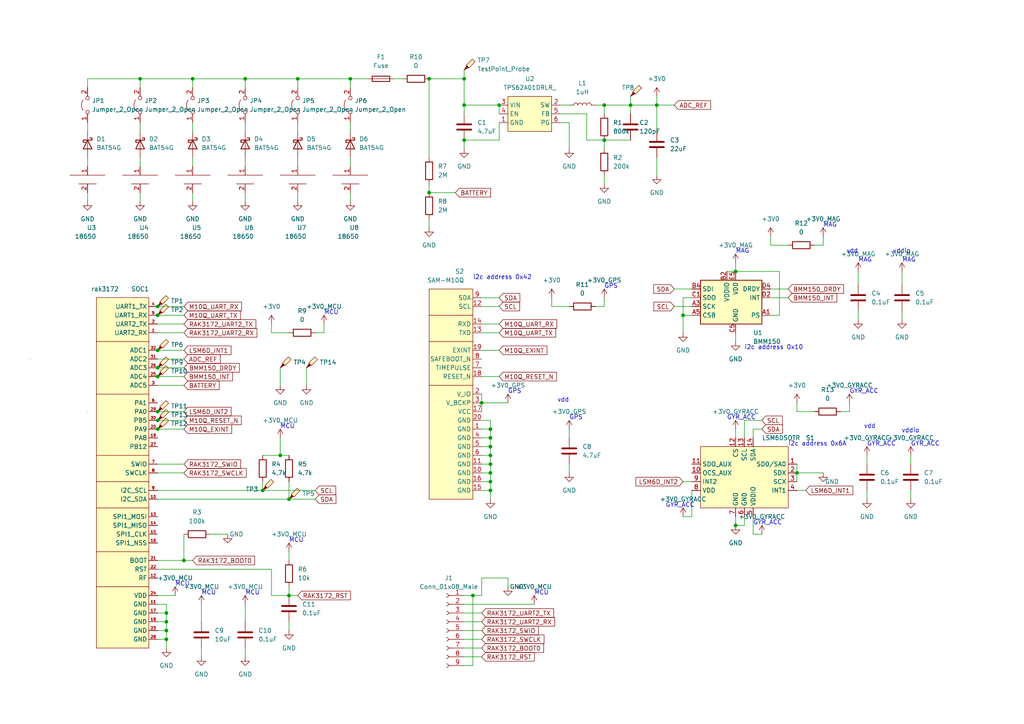
<source format=kicad_sch>
(kicad_sch (version 20211123) (generator eeschema)
  (paper "A4")
  (junction (at 45.72 124.46))
  (junction (at 142.24 134.62))
  (junction (at 55.88 22.86))
  (junction (at 142.24 139.7))
  (junction (at 198.12 91.44))
  (junction (at 142.24 132.08))
  (junction (at 175.26 40.64))
  (junction (at 142.24 137.16))
  (junction (at 124.46 55.88))
  (junction (at 175.26 30.48))
  (junction (at 86.36 22.86))
  (junction (at 71.12 22.86))
  (junction (at 142.24 142.24))
  (junction (at 45.72 101.6))
  (junction (at 139.7 116.84))
  (junction (at 48.26 185.42))
  (junction (at 48.26 180.34))
  (junction (at 45.72 88.9))
  (junction (at 45.7589 121.92))
  (junction (at 137.16 172.72))
  (junction (at 190.5 30.48))
  (junction (at 53.34 162.56))
  (junction (at 45.72 106.68))
  (junction (at 142.24 129.54))
  (junction (at 76.2 142.24))
  (junction (at 81.28 132.08))
  (junction (at 134.62 22.86))
  (junction (at 231.14 137.16))
  (junction (at 101.6 22.86))
  (junction (at 213.36 152.4))
  (junction (at 45.72 119.38))
  (junction (at 48.26 177.8))
  (junction (at 124.46 22.86))
  (junction (at 83.82 144.78))
  (junction (at 213.36 78.74))
  (junction (at 134.62 40.64))
  (junction (at 45.72 91.44))
  (junction (at 48.26 182.88))
  (junction (at 142.24 127))
  (junction (at 182.88 30.48))
  (junction (at 134.62 30.48))
  (junction (at 45.72 109.22))
  (junction (at 142.24 124.46))
  (junction (at 144.78 30.48))
  (junction (at 83.82 172.72))
  (junction (at 40.64 22.86))
  (wire (pts (xy 190.5 30.48) (xy 182.88 30.48)))
  (wire (pts (xy 134.62 175.26) (xy 154.94 175.26)))
  (wire (pts (xy 101.6 45.72) (xy 101.6 48.26)))
  (wire (pts (xy 162.56 30.48) (xy 165.1 30.48)))
  (wire (pts (xy 165.1 134.62) (xy 165.1 137.16)))
  (wire (pts (xy 162.56 33.02) (xy 170.18 33.02)))
  (wire (pts (xy 218.44 154.94) (xy 220.98 154.94)))
  (wire (pts (xy 238.76 71.12) (xy 238.76 68.58)))
  (wire (pts (xy 195.58 88.9) (xy 200.66 88.9)))
  (wire (pts (xy 223.52 71.12) (xy 223.52 68.58)))
  (wire (pts (xy 45.72 91.44) (xy 53.34 91.44)))
  (wire (pts (xy 142.24 137.16) (xy 142.24 139.7)))
  (wire (pts (xy 58.42 175.26) (xy 58.42 180.34)))
  (wire (pts (xy 213.36 96.52) (xy 213.36 99.06)))
  (wire (pts (xy 45.72 175.26) (xy 48.26 175.26)))
  (wire (pts (xy 78.74 172.72) (xy 83.82 172.72)))
  (wire (pts (xy 88.9 106.68) (xy 88.9 111.76)))
  (wire (pts (xy 231.14 119.38) (xy 231.14 116.84)))
  (wire (pts (xy 142.24 132.08) (xy 142.24 134.62)))
  (wire (pts (xy 144.78 40.64) (xy 134.62 40.64)))
  (wire (pts (xy 53.34 162.56) (xy 53.34 154.94)))
  (wire (pts (xy 25.4 55.88) (xy 25.4 58.42)))
  (wire (pts (xy 60.96 154.94) (xy 66.04 154.94)))
  (wire (pts (xy 139.7 167.64) (xy 147.32 167.64)))
  (wire (pts (xy 83.82 180.34) (xy 83.82 182.88)))
  (wire (pts (xy 170.18 33.02) (xy 170.18 40.64)))
  (wire (pts (xy 83.82 160.02) (xy 83.82 162.56)))
  (wire (pts (xy 124.46 22.86) (xy 134.62 22.86)))
  (wire (pts (xy 213.36 124.46) (xy 213.36 127)))
  (wire (pts (xy 228.6 71.12) (xy 223.52 71.12)))
  (wire (pts (xy 190.5 45.72) (xy 190.5 50.8)))
  (wire (pts (xy 101.6 22.86) (xy 101.6 25.4)))
  (wire (pts (xy 83.82 170.18) (xy 83.82 172.72)))
  (wire (pts (xy 139.7 114.3) (xy 139.7 116.84)))
  (wire (pts (xy 213.36 78.74) (xy 226.06 78.74)))
  (wire (pts (xy 165.1 35.56) (xy 165.1 43.18)))
  (wire (pts (xy 236.22 119.38) (xy 231.14 119.38)))
  (wire (pts (xy 45.72 119.38) (xy 53.34 119.38)))
  (wire (pts (xy 218.44 124.46) (xy 220.98 124.46)))
  (wire (pts (xy 139.7 109.22) (xy 144.78 109.22)))
  (wire (pts (xy 231.14 142.24) (xy 233.68 142.24)))
  (wire (pts (xy 198.12 149.86) (xy 200.66 149.86)))
  (wire (pts (xy 261.62 78.74) (xy 261.62 82.55)))
  (wire (pts (xy 261.62 90.17) (xy 261.62 92.71)))
  (wire (pts (xy 45.72 88.9) (xy 53.34 88.9)))
  (wire (pts (xy 45.72 162.56) (xy 53.34 162.56)))
  (wire (pts (xy 134.62 185.42) (xy 139.7 185.42)))
  (wire (pts (xy 134.62 182.88) (xy 139.7 182.88)))
  (wire (pts (xy 200.66 86.36) (xy 198.12 86.36)))
  (wire (pts (xy 71.12 35.56) (xy 71.12 38.1)))
  (wire (pts (xy 45.72 142.24) (xy 76.2 142.24)))
  (wire (pts (xy 45.72 177.8) (xy 48.26 177.8)))
  (wire (pts (xy 45.72 165.1) (xy 78.74 165.1)))
  (wire (pts (xy 215.9 121.92) (xy 220.98 121.92)))
  (wire (pts (xy 139.7 116.84) (xy 139.7 119.38)))
  (wire (pts (xy 223.52 83.82) (xy 228.6 83.82)))
  (wire (pts (xy 175.26 40.64) (xy 175.26 43.18)))
  (wire (pts (xy 81.28 132.08) (xy 83.82 132.08)))
  (wire (pts (xy 223.52 91.44) (xy 226.06 91.44)))
  (wire (pts (xy 142.24 134.62) (xy 142.24 137.16)))
  (wire (pts (xy 83.82 139.7) (xy 83.82 144.78)))
  (wire (pts (xy 139.7 121.92) (xy 142.24 121.92)))
  (wire (pts (xy 160.02 88.9) (xy 160.02 86.36)))
  (wire (pts (xy 172.72 30.48) (xy 175.26 30.48)))
  (wire (pts (xy 48.26 182.88) (xy 48.26 185.42)))
  (wire (pts (xy 25.4 35.56) (xy 25.4 38.1)))
  (wire (pts (xy 124.46 55.88) (xy 132.08 55.88)))
  (wire (pts (xy 139.7 124.46) (xy 142.24 124.46)))
  (wire (pts (xy 170.18 40.64) (xy 175.26 40.64)))
  (wire (pts (xy 81.28 127) (xy 81.28 132.08)))
  (wire (pts (xy 45.72 124.46) (xy 53.34 124.46)))
  (wire (pts (xy 93.98 96.52) (xy 93.98 93.98)))
  (wire (pts (xy 40.64 35.56) (xy 40.64 38.1)))
  (wire (pts (xy 134.62 180.34) (xy 139.7 180.34)))
  (wire (pts (xy 40.64 45.72) (xy 40.64 48.26)))
  (wire (pts (xy 142.24 129.54) (xy 142.24 132.08)))
  (wire (pts (xy 78.74 96.52) (xy 78.74 93.98)))
  (wire (pts (xy 200.66 149.86) (xy 200.66 142.24)))
  (wire (pts (xy 45.72 104.14) (xy 53.34 104.14)))
  (wire (pts (xy 251.46 132.08) (xy 251.46 134.62)))
  (wire (pts (xy 172.72 88.9) (xy 175.26 88.9)))
  (wire (pts (xy 86.36 35.56) (xy 86.36 38.1)))
  (wire (pts (xy 114.3 22.86) (xy 116.84 22.86)))
  (wire (pts (xy 251.46 142.24) (xy 251.46 144.78)))
  (wire (pts (xy 48.26 177.8) (xy 48.26 180.34)))
  (wire (pts (xy 231.14 137.16) (xy 238.76 137.16)))
  (wire (pts (xy 134.62 30.48) (xy 134.62 33.02)))
  (wire (pts (xy 134.62 22.86) (xy 134.62 30.48)))
  (wire (pts (xy 83.82 96.52) (xy 78.74 96.52)))
  (wire (pts (xy 71.12 187.96) (xy 71.12 190.5)))
  (wire (pts (xy 55.88 22.86) (xy 55.88 25.4)))
  (wire (pts (xy 86.36 45.72) (xy 86.36 48.26)))
  (wire (pts (xy 190.5 38.1) (xy 190.5 30.48)))
  (wire (pts (xy 71.12 45.72) (xy 71.12 48.26)))
  (wire (pts (xy 40.64 22.86) (xy 40.64 25.4)))
  (wire (pts (xy 71.12 22.86) (xy 71.12 25.4)))
  (wire (pts (xy 45.72 134.62) (xy 53.34 134.62)))
  (wire (pts (xy 101.6 55.88) (xy 101.6 58.42)))
  (wire (pts (xy 25.4 25.4) (xy 25.4 22.86)))
  (wire (pts (xy 45.72 180.34) (xy 48.26 180.34)))
  (wire (pts (xy 78.74 165.1) (xy 78.74 172.72)))
  (wire (pts (xy 45.72 106.68) (xy 53.34 106.68)))
  (wire (pts (xy 45.72 111.76) (xy 53.34 111.76)))
  (wire (pts (xy 142.24 127) (xy 142.24 129.54)))
  (wire (pts (xy 48.26 185.42) (xy 48.26 187.96)))
  (wire (pts (xy 226.06 91.44) (xy 226.06 78.74)))
  (wire (pts (xy 139.7 132.08) (xy 142.24 132.08)))
  (wire (pts (xy 71.12 175.26) (xy 71.12 180.34)))
  (wire (pts (xy 198.12 91.44) (xy 198.12 96.52)))
  (wire (pts (xy 213.36 76.2) (xy 213.36 78.74)))
  (wire (pts (xy 86.36 55.88) (xy 86.36 58.42)))
  (wire (pts (xy 139.7 134.62) (xy 142.24 134.62)))
  (wire (pts (xy 25.4 22.86) (xy 40.64 22.86)))
  (wire (pts (xy 81.28 106.68) (xy 81.28 111.76)))
  (wire (pts (xy 134.62 172.72) (xy 137.16 172.72)))
  (wire (pts (xy 215.9 152.4) (xy 213.36 152.4)))
  (wire (pts (xy 134.62 190.5) (xy 139.7 190.5)))
  (wire (pts (xy 134.62 187.96) (xy 139.7 187.96)))
  (wire (pts (xy 139.7 129.54) (xy 142.24 129.54)))
  (wire (pts (xy 142.24 139.7) (xy 142.24 142.24)))
  (wire (pts (xy 139.7 172.72) (xy 139.7 167.64)))
  (wire (pts (xy 142.24 142.24) (xy 142.24 144.78)))
  (wire (pts (xy 223.52 86.36) (xy 228.6 86.36)))
  (wire (pts (xy 83.82 144.78) (xy 91.44 144.78)))
  (wire (pts (xy 45.72 137.16) (xy 53.34 137.16)))
  (wire (pts (xy 76.2 142.24) (xy 91.44 142.24)))
  (wire (pts (xy 48.26 180.34) (xy 48.26 182.88)))
  (wire (pts (xy 124.46 22.86) (xy 124.46 45.72)))
  (wire (pts (xy 48.26 175.26) (xy 48.26 177.8)))
  (wire (pts (xy 142.24 124.46) (xy 142.24 127)))
  (wire (pts (xy 139.7 142.24) (xy 142.24 142.24)))
  (wire (pts (xy 86.36 22.86) (xy 86.36 25.4)))
  (wire (pts (xy 246.38 119.38) (xy 246.38 116.84)))
  (wire (pts (xy 55.88 55.88) (xy 55.88 58.42)))
  (wire (pts (xy 215.9 149.86) (xy 215.9 152.4)))
  (wire (pts (xy 45.7589 121.92) (xy 53.34 121.92)))
  (wire (pts (xy 195.58 83.82) (xy 200.66 83.82)))
  (wire (pts (xy 45.72 172.72) (xy 50.8 172.72)))
  (wire (pts (xy 71.12 22.86) (xy 86.36 22.86)))
  (wire (pts (xy 243.84 119.38) (xy 246.38 119.38)))
  (wire (pts (xy 134.62 193.04) (xy 137.16 193.04)))
  (wire (pts (xy 76.2 139.7) (xy 76.2 142.24)))
  (wire (pts (xy 134.62 20.32) (xy 134.62 22.86)))
  (wire (pts (xy 264.16 132.08) (xy 264.16 134.62)))
  (wire (pts (xy 139.7 116.84) (xy 147.32 116.84)))
  (wire (pts (xy 139.7 127) (xy 142.24 127)))
  (wire (pts (xy 175.26 88.9) (xy 175.26 86.36)))
  (wire (pts (xy 134.62 177.8) (xy 139.7 177.8)))
  (wire (pts (xy 182.88 33.02) (xy 182.88 30.48)))
  (wire (pts (xy 175.26 30.48) (xy 175.26 33.02)))
  (wire (pts (xy 139.7 93.98) (xy 144.78 93.98)))
  (wire (pts (xy 231.14 137.16) (xy 231.14 139.7)))
  (wire (pts (xy 137.16 172.72) (xy 139.7 172.72)))
  (wire (pts (xy 190.5 30.48) (xy 195.58 30.48)))
  (wire (pts (xy 190.5 27.94) (xy 190.5 30.48)))
  (wire (pts (xy 175.26 30.48) (xy 182.88 30.48)))
  (wire (pts (xy 25.4 45.72) (xy 25.4 48.26)))
  (wire (pts (xy 101.6 22.86) (xy 106.68 22.86)))
  (wire (pts (xy 58.42 187.96) (xy 58.42 190.5)))
  (wire (pts (xy 231.14 134.62) (xy 231.14 137.16)))
  (wire (pts (xy 215.9 127) (xy 215.9 121.92)))
  (wire (pts (xy 124.46 53.34) (xy 124.46 55.88)))
  (wire (pts (xy 165.1 88.9) (xy 160.02 88.9)))
  (wire (pts (xy 134.62 40.64) (xy 134.62 43.18)))
  (wire (pts (xy 55.88 45.72) (xy 55.88 48.26)))
  (wire (pts (xy 91.44 96.52) (xy 93.98 96.52)))
  (wire (pts (xy 124.46 63.5) (xy 124.46 66.04)))
  (wire (pts (xy 139.7 101.6) (xy 144.78 101.6)))
  (wire (pts (xy 134.62 30.48) (xy 144.78 30.48)))
  (wire (pts (xy 139.7 96.52) (xy 144.78 96.52)))
  (wire (pts (xy 45.72 109.22) (xy 53.34 109.22)))
  (wire (pts (xy 86.36 22.86) (xy 101.6 22.86)))
  (wire (pts (xy 236.22 71.12) (xy 238.76 71.12)))
  (wire (pts (xy 40.64 22.86) (xy 55.88 22.86)))
  (wire (pts (xy 198.12 139.7) (xy 200.66 139.7)))
  (wire (pts (xy 101.6 35.56) (xy 101.6 38.1)))
  (wire (pts (xy 137.16 193.04) (xy 137.16 172.72)))
  (wire (pts (xy 198.12 91.44) (xy 200.66 91.44)))
  (wire (pts (xy 76.2 132.08) (xy 81.28 132.08)))
  (wire (pts (xy 142.24 121.92) (xy 142.24 124.46)))
  (wire (pts (xy 144.78 30.48) (xy 144.78 33.02)))
  (wire (pts (xy 45.72 121.92) (xy 45.7589 121.92)))
  (wire (pts (xy 248.92 90.17) (xy 248.92 92.71)))
  (wire (pts (xy 218.44 127) (xy 218.44 124.46)))
  (wire (pts (xy 144.78 35.56) (xy 144.78 40.64)))
  (wire (pts (xy 139.7 88.9) (xy 144.78 88.9)))
  (wire (pts (xy 139.7 139.7) (xy 142.24 139.7)))
  (wire (pts (xy 162.56 35.56) (xy 165.1 35.56)))
  (wire (pts (xy 71.12 55.88) (xy 71.12 58.42)))
  (wire (pts (xy 264.16 142.24) (xy 264.16 144.78)))
  (wire (pts (xy 213.36 149.86) (xy 213.36 152.4)))
  (wire (pts (xy 53.34 162.56) (xy 55.88 162.56)))
  (wire (pts (xy 45.72 96.52) (xy 53.34 96.52)))
  (wire (pts (xy 139.7 86.36) (xy 144.78 86.36)))
  (wire (pts (xy 40.64 55.88) (xy 40.64 58.42)))
  (wire (pts (xy 45.72 185.42) (xy 48.26 185.42)))
  (wire (pts (xy 175.26 40.64) (xy 182.88 40.64)))
  (wire (pts (xy 248.92 78.74) (xy 248.92 82.55)))
  (wire (pts (xy 55.88 22.86) (xy 71.12 22.86)))
  (wire (pts (xy 55.88 35.56) (xy 55.88 38.1)))
  (wire (pts (xy 175.26 50.8) (xy 175.26 53.34)))
  (wire (pts (xy 147.32 167.64) (xy 147.32 170.18)))
  (wire (pts (xy 198.12 86.36) (xy 198.12 91.44)))
  (wire (pts (xy 182.88 27.94) (xy 182.88 30.48)))
  (wire (pts (xy 45.72 93.98) (xy 53.34 93.98)))
  (wire (pts (xy 45.72 144.78) (xy 83.82 144.78)))
  (wire (pts (xy 83.82 172.72) (xy 86.36 172.72)))
  (wire (pts (xy 165.1 124.46) (xy 165.1 127)))
  (wire (pts (xy 139.7 137.16) (xy 142.24 137.16)))
  (wire (pts (xy 45.72 101.6) (xy 53.34 101.6)))
  (wire (pts (xy 210.82 78.74) (xy 213.36 78.74)))
  (wire (pts (xy 45.72 182.88) (xy 48.26 182.88)))
  (wire (pts (xy 218.44 149.86) (xy 218.44 154.94)))
  (text "vddio" (at 264.16 73.66 180) (effects (font (size 1.27 1.27)) (justify right bottom)))
  (text "MCU" (at 58.42 172.72 0) (effects (font (size 1.27 1.27)) (justify left bottom)))
  (text "MCU" (at 93.98 91.44 0) (effects (font (size 1.27 1.27)) (justify left bottom)))
  (text "MCU" (at 81.28 124.46 0) (effects (font (size 1.27 1.27)) (justify left bottom)))
  (text "GYR_ACC" (at 246.38 114.3 0) (effects (font (size 1.27 1.27)) (justify left bottom)))
  (text "MCU" (at 154.94 172.72 0) (effects (font (size 1.27 1.27)) (justify left bottom)))
  (text "vdd" (at 165.1 116.84 180) (effects (font (size 1.27 1.27)) (justify right bottom)))
  (text "MCU" (at 83.82 157.48 0) (effects (font (size 1.27 1.27)) (justify left bottom)))
  (text "i2c address 0x42" (at 137.16 81.28 0) (effects (font (size 1.27 1.27)) (justify left bottom)))
  (text "vdd" (at 254 124.46 180) (effects (font (size 1.27 1.27)) (justify right bottom)))
  (text "GYR_ACC" (at 251.46 129.54 0) (effects (font (size 1.27 1.27)) (justify left bottom)))
  (text "GYR_ACC" (at 210.82 121.92 0) (effects (font (size 1.27 1.27)) (justify left bottom)))
  (text "MAG" (at 238.76 66.04 0) (effects (font (size 1.27 1.27)) (justify left bottom)))
  (text "MAG" (at 261.62 76.2 0) (effects (font (size 1.27 1.27)) (justify left bottom)))
  (text "MAG" (at 248.92 76.2 0) (effects (font (size 1.27 1.27)) (justify left bottom)))
  (text "GYR_ACC" (at 218.44 152.4 0) (effects (font (size 1.27 1.27)) (justify left bottom)))
  (text "i2c address 0x10" (at 215.9 101.6 0) (effects (font (size 1.27 1.27)) (justify left bottom)))
  (text "GYR_ACC" (at 264.16 129.54 0) (effects (font (size 1.27 1.27)) (justify left bottom)))
  (text "MCU" (at 71.12 172.72 0) (effects (font (size 1.27 1.27)) (justify left bottom)))
  (text "i2c address 0x6A" (at 228.6 129.54 0) (effects (font (size 1.27 1.27)) (justify left bottom)))
  (text "GYR_ACC" (at 193.04 147.32 0) (effects (font (size 1.27 1.27)) (justify left bottom)))
  (text "MAG" (at 213.36 73.66 0) (effects (font (size 1.27 1.27)) (justify left bottom)))
  (text "MCU" (at 50.8 170.18 0) (effects (font (size 1.27 1.27)) (justify left bottom)))
  (text "GPS" (at 147.32 114.3 0) (effects (font (size 1.27 1.27)) (justify left bottom)))
  (text "GPS" (at 165.1 121.92 0) (effects (font (size 1.27 1.27)) (justify left bottom)))
  (text "GPS" (at 175.26 83.82 0) (effects (font (size 1.27 1.27)) (justify left bottom)))
  (text "vdd" (at 248.92 73.66 180) (effects (font (size 1.27 1.27)) (justify right bottom)))
  (text "vddio" (at 266.7 125.73 180) (effects (font (size 1.27 1.27)) (justify right bottom)))
  (global_label "RAK3172_RST" (shape input) (at 86.36 172.72 0) (property "Intersheet References" "${INTERSHEET_REFS}" (effects hide)))
  (global_label "LSM6D_INT1" (shape input) (at 53.34 101.6 0) (property "Intersheet References" "${INTERSHEET_REFS}" (effects hide)))
  (global_label "LSM6D_INT2" (shape input) (at 53.34 119.38 0) (property "Intersheet References" "${INTERSHEET_REFS}" (effects hide)))
  (global_label "M10Q_UART_TX" (shape input) (at 53.34 91.44 0) (property "Intersheet References" "${INTERSHEET_REFS}" (effects hide)))
  (global_label "BMM150_INT" (shape input) (at 228.6 86.36 0) (property "Intersheet References" "${INTERSHEET_REFS}" (effects hide)))
  (global_label "RAK3172_BOOT0" (shape input) (at 139.7 187.96 0) (property "Intersheet References" "${INTERSHEET_REFS}" (effects hide)))
  (global_label "LSM6D_INT2" (shape input) (at 198.12 139.7 180) (property "Intersheet References" "${INTERSHEET_REFS}" (effects hide)))
  (global_label "SCL" (shape input) (at 144.78 88.9 0) (property "Intersheet References" "${INTERSHEET_REFS}" (effects hide)))
  (global_label "RAK3172_UART2_TX" (shape input) (at 53.34 93.98 0) (property "Intersheet References" "${INTERSHEET_REFS}" (effects hide)))
  (global_label "SDA" (shape input) (at 91.44 144.78 0) (property "Intersheet References" "${INTERSHEET_REFS}" (effects hide)))
  (global_label "M10Q_RESET_N" (shape input) (at 144.78 109.22 0) (property "Intersheet References" "${INTERSHEET_REFS}" (effects hide)))
  (global_label "RAK3172_RST" (shape input) (at 139.7 190.5 0) (property "Intersheet References" "${INTERSHEET_REFS}" (effects hide)))
  (global_label "SDA" (shape input) (at 195.58 83.82 180) (property "Intersheet References" "${INTERSHEET_REFS}" (effects hide)))
  (global_label "BMM150_INT" (shape input) (at 53.34 109.22 0) (property "Intersheet References" "${INTERSHEET_REFS}" (effects hide)))
  (global_label "BMM150_DRDY" (shape input) (at 228.6 83.82 0) (property "Intersheet References" "${INTERSHEET_REFS}" (effects hide)))
  (global_label "M10Q_UART_RX" (shape input) (at 144.78 93.98 0) (property "Intersheet References" "${INTERSHEET_REFS}" (effects hide)))
  (global_label "ADC_REF" (shape input) (at 195.58 30.48 0) (property "Intersheet References" "${INTERSHEET_REFS}" (effects hide)))
  (global_label "SDA" (shape input) (at 144.78 86.36 0) (property "Intersheet References" "${INTERSHEET_REFS}" (effects hide)))
  (global_label "RAK3172_SWCLK" (shape input) (at 139.7 185.42 0) (property "Intersheet References" "${INTERSHEET_REFS}" (effects hide)))
  (global_label "LSM6D_INT1" (shape input) (at 233.68 142.24 0) (property "Intersheet References" "${INTERSHEET_REFS}" (effects hide)))
  (global_label "RAK3172_SWCLK" (shape input) (at 53.34 137.16 0) (property "Intersheet References" "${INTERSHEET_REFS}" (effects hide)))
  (global_label "SCL" (shape input) (at 195.58 88.9 180) (property "Intersheet References" "${INTERSHEET_REFS}" (effects hide)))
  (global_label "RAK3172_SWIO" (shape input) (at 139.7 182.88 0) (property "Intersheet References" "${INTERSHEET_REFS}" (effects hide)))
  (global_label "RAK3172_UART2_TX" (shape input) (at 139.7 177.8 0) (property "Intersheet References" "${INTERSHEET_REFS}" (effects hide)))
  (global_label "RAK3172_UART2_RX" (shape input) (at 53.34 96.52 0) (property "Intersheet References" "${INTERSHEET_REFS}" (effects hide)))
  (global_label "M10Q_EXINT" (shape input) (at 144.78 101.6 0) (property "Intersheet References" "${INTERSHEET_REFS}" (effects hide)))
  (global_label "RAK3172_UART2_RX" (shape input) (at 139.7 180.34 0) (property "Intersheet References" "${INTERSHEET_REFS}" (effects hide)))
  (global_label "SDA" (shape input) (at 220.98 124.46 0) (property "Intersheet References" "${INTERSHEET_REFS}" (effects hide)))
  (global_label "RAK3172_SWIO" (shape input) (at 53.34 134.62 0) (property "Intersheet References" "${INTERSHEET_REFS}" (effects hide)))
  (global_label "BATTERY" (shape input) (at 53.34 111.76 0) (property "Intersheet References" "${INTERSHEET_REFS}" (effects hide)))
  (global_label "RAK3172_BOOT0" (shape input) (at 55.88 162.56 0) (property "Intersheet References" "${INTERSHEET_REFS}" (effects hide)))
  (global_label "ADC_REF" (shape input) (at 53.34 104.14 0) (property "Intersheet References" "${INTERSHEET_REFS}" (effects hide)))
  (global_label "BATTERY" (shape input) (at 132.08 55.88 0) (property "Intersheet References" "${INTERSHEET_REFS}" (effects hide)))
  (global_label "M10Q_RESET_N" (shape input) (at 53.34 121.92 0) (property "Intersheet References" "${INTERSHEET_REFS}" (effects hide)))
  (global_label "SCL" (shape input) (at 91.44 142.24 0) (property "Intersheet References" "${INTERSHEET_REFS}" (effects hide)))
  (global_label "M10Q_EXINT" (shape input) (at 53.34 124.46 0) (property "Intersheet References" "${INTERSHEET_REFS}" (effects hide)))
  (global_label "BMM150_DRDY" (shape input) (at 53.34 106.68 0) (property "Intersheet References" "${INTERSHEET_REFS}" (effects hide)))
  (global_label "M10Q_UART_TX" (shape input) (at 144.78 96.52 0) (property "Intersheet References" "${INTERSHEET_REFS}" (effects hide)))
  (global_label "SCL" (shape input) (at 220.98 121.92 0) (property "Intersheet References" "${INTERSHEET_REFS}" (effects hide)))
  (global_label "M10Q_UART_RX" (shape input) (at 53.34 88.9 0) (property "Intersheet References" "${INTERSHEET_REFS}" (effects hide)))
  (symbol (lib_id "vakalan:TPS62A01DRLR_") (at 154.94 33.02 0) (unit 1)
    (property "Reference" "U2" (at 153.67 22.86 0))
    (property "Value" "TPS62A01DRLR_" (at 153.67 25.4 0))
    (property "Footprint" "vakalan:TPS62A01DRLR" (effects hide))
  )
  (symbol (lib_id "Device:C") (at 248.92 86.36 0) (unit 1)
    (property "Reference" "C4" (at 252.73 85.0899 0) (effects (justify left)))
    (property "Value" "0.1uF" (at 252.73 87.6299 0) (effects (justify left)))
    (property "Footprint" "Capacitor_SMD:C_0805_2012Metric" (effects hide))
  )
  (symbol (lib_id "Device:R") (at 120.65 22.86 90) (unit 1)
    (property "Reference" "R10" (at 120.65 16.51 90))
    (property "Value" "0" (at 120.65 19.05 90))
    (property "Footprint" "Resistor_SMD:R_0805_2012Metric" (effects hide))
  )
  (symbol (lib_id "Connector:TestPoint_Probe") (at 45.72 119.38 0) (unit 1)
    (property "Reference" "TP11" (at 49.53 117.7924 0) (effects (justify left)))
    (property "Value" "TestPoint_Probe" (effects hide))
    (property "Footprint" "TestPoint:TestPoint_Pad_1.0x1.0mm" (effects hide))
  )
  (symbol (lib_id "vakalan:LSM6DSOTR") (at 215.9 137.16 0) (unit 1)
    (property "Reference" "S1" (at 233.68 127 0) (effects (justify left)))
    (property "Value" "LSM6DSOTR" (at 220.98 127 0) (effects (justify left)))
    (property "Footprint" "vakalan:LSM6DSOTR" (effects hide))
  )
  (symbol (lib_name "+3V0_2") (lib_id "power:+3V0") (at 147.32 116.84 0) (unit 1)
    (property "Reference" "#PWR0115" (effects hide))
    (property "Value" "+3V0" (at 147.32 111.76 0))
  )
  (symbol (lib_id "vakalan:BAT54G") (at 86.36 41.91 270) (unit 1)
    (property "Reference" "D5" (at 88.9 40.3224 90) (effects (justify left)))
    (property "Value" "BAT54G" (at 88.9 42.8624 90) (effects (justify left)))
    (property "Footprint" "vakalan:BAT54G" (effects hide))
    (property "Datasheet" "https://www.mouser.pe/datasheet/2/427/bat54w_g-1767864.pdf" (effects hide))
  )
  (symbol (lib_id "Device:L") (at 168.91 30.48 90) (unit 1)
    (property "Reference" "L1" (at 168.91 24.13 90))
    (property "Value" "1uH" (at 168.91 26.67 90))
    (property "Footprint" "vakalan:DFE252012F" (effects hide))
  )
  (symbol (lib_id "power:GND") (at 213.36 99.06 0) (unit 1)
    (property "Reference" "#PWR0103" (effects hide))
    (property "Value" "GND" (at 213.36 104.14 0))
  )
  (symbol (lib_id "vakalan:18650") (at 53.34 53.34 0) (unit 1)
    (property "Reference" "U5" (at 58.42 66.04 0) (effects (justify right)))
    (property "Value" "18650" (at 58.42 68.58 0) (effects (justify right)))
    (property "Footprint" "vakalan:18650" (effects hide))
  )
  (symbol (lib_id "power:GND") (at 66.04 154.94 0) (unit 1)
    (property "Reference" "#PWR0143" (effects hide))
    (property "Value" "GND" (at 68.58 154.94 0))
  )
  (symbol (lib_name "+3V0_2") (lib_id "power:+3V0") (at 165.1 124.46 0) (unit 1)
    (property "Reference" "#PWR0137" (effects hide))
    (property "Value" "+3V0" (at 165.1 119.38 0))
  )
  (symbol (lib_name "+3V0_1") (lib_id "power:+3V0") (at 58.42 175.26 0) (unit 1)
    (property "Reference" "#PWR0107" (effects hide))
    (property "Value" "+3V0" (at 58.42 170.18 0))
  )
  (symbol (lib_id "vakalan:18650") (at 68.58 53.34 0) (unit 1)
    (property "Reference" "U6" (at 73.66 66.04 0) (effects (justify right)))
    (property "Value" "18650" (at 73.66 68.58 0) (effects (justify right)))
    (property "Footprint" "vakalan:18650" (effects hide))
  )
  (symbol (lib_id "power:+3V0") (at 223.52 68.58 0) (unit 1)
    (property "Reference" "#PWR0142" (effects hide))
    (property "Value" "+3V0" (at 223.52 63.5 0))
  )
  (symbol (lib_id "Device:R") (at 240.03 119.38 90) (unit 1)
    (property "Reference" "R13" (at 240.03 113.03 90))
    (property "Value" "0" (at 240.03 115.57 90))
    (property "Footprint" "Resistor_SMD:R_0805_2012Metric" (effects hide))
  )
  (symbol (lib_id "power:GND") (at 251.46 144.78 0) (unit 1)
    (property "Reference" "#PWR0117" (effects hide))
    (property "Value" "GND" (at 251.46 149.86 0))
  )
  (symbol (lib_name "+3V0_4") (lib_id "power:+3V0") (at 246.38 116.84 0) (unit 1)
    (property "Reference" "#PWR0149" (effects hide))
    (property "Value" "+3V0" (at 246.38 111.76 0))
  )
  (symbol (lib_id "power:+3V0") (at 78.74 93.98 0) (unit 1)
    (property "Reference" "#PWR0114" (effects hide))
    (property "Value" "+3V0" (at 78.74 88.9 0))
  )
  (symbol (lib_id "power:GND") (at 165.1 137.16 0) (unit 1)
    (property "Reference" "#PWR0121" (effects hide))
    (property "Value" "GND" (at 165.1 142.24 0))
  )
  (symbol (lib_id "power:GND") (at 124.46 66.04 0) (unit 1)
    (property "Reference" "#PWR0132" (effects hide))
    (property "Value" "GND" (at 124.46 71.12 0))
  )
  (symbol (lib_id "vakalan:BAT54G") (at 55.88 41.91 270) (unit 1)
    (property "Reference" "D3" (at 58.42 40.3224 90) (effects (justify left)))
    (property "Value" "BAT54G" (at 58.42 42.8624 90) (effects (justify left)))
    (property "Footprint" "vakalan:BAT54G" (effects hide))
    (property "Datasheet" "https://www.mouser.pe/datasheet/2/427/bat54w_g-1767864.pdf" (effects hide))
  )
  (symbol (lib_id "power:GND") (at 238.76 137.16 0) (unit 1)
    (property "Reference" "#PWR0118" (effects hide))
    (property "Value" "GND" (at 241.3 139.7 0))
  )
  (symbol (lib_id "Connector:TestPoint_Probe") (at 45.72 109.22 0) (unit 1)
    (property "Reference" "TP10" (at 49.53 107.6324 0) (effects (justify left)))
    (property "Value" "TestPoint_Probe" (effects hide))
    (property "Footprint" "TestPoint:TestPoint_Pad_1.0x1.0mm" (effects hide))
  )
  (symbol (lib_id "power:GND") (at 71.12 58.42 0) (unit 1)
    (property "Reference" "#PWR0129" (effects hide))
    (property "Value" "GND" (at 71.12 63.5 0))
  )
  (symbol (lib_name "+3V0_1") (lib_id "power:+3V0") (at 50.8 172.72 0) (unit 1)
    (property "Reference" "#PWR0111" (effects hide))
    (property "Value" "+3V0" (at 50.8 167.64 0))
  )
  (symbol (lib_id "power:GND") (at 58.42 190.5 0) (unit 1)
    (property "Reference" "#PWR0136" (effects hide))
    (property "Value" "GND" (at 58.42 195.58 0))
  )
  (symbol (lib_name "+3V0_3") (lib_id "power:+3V0") (at 261.62 78.74 0) (unit 1)
    (property "Reference" "#PWR0140" (effects hide))
    (property "Value" "+3V0" (at 261.62 73.66 0))
  )
  (symbol (lib_name "+3V0_2") (lib_id "power:+3V0") (at 175.26 86.36 0) (unit 1)
    (property "Reference" "#PWR0134" (effects hide))
    (property "Value" "+3V0" (at 175.26 81.28 0))
  )
  (symbol (lib_id "power:GND") (at 88.9 111.76 0) (unit 1)
    (property "Reference" "#PWR0145" (effects hide))
    (property "Value" "GND" (at 88.9 116.84 0))
  )
  (symbol (lib_id "power:GND") (at 190.5 50.8 0) (unit 1)
    (property "Reference" "#PWR0125" (effects hide))
    (property "Value" "GND" (at 190.5 55.88 0))
  )
  (symbol (lib_name "+3V0_4") (lib_id "power:+3V0") (at 220.98 154.94 0) (unit 1)
    (property "Reference" "#PWR0152" (effects hide))
    (property "Value" "+3V0" (at 220.98 149.86 0))
  )
  (symbol (lib_id "Device:R") (at 87.63 96.52 90) (unit 1)
    (property "Reference" "R9" (at 87.63 90.17 90))
    (property "Value" "0" (at 87.63 92.71 90))
    (property "Footprint" "Resistor_SMD:R_0805_2012Metric" (effects hide))
  )
  (symbol (lib_id "power:GND") (at 261.62 92.71 0) (unit 1)
    (property "Reference" "#PWR0109" (effects hide))
    (property "Value" "GND" (at 261.62 97.79 0))
  )
  (symbol (lib_id "vakalan:18650") (at 99.06 53.34 0) (unit 1)
    (property "Reference" "U8" (at 104.14 66.04 0) (effects (justify right)))
    (property "Value" "18650" (at 104.14 68.58 0) (effects (justify right)))
    (property "Footprint" "vakalan:18650" (effects hide))
  )
  (symbol (lib_id "power:GND") (at 55.88 58.42 0) (unit 1)
    (property "Reference" "#PWR0127" (effects hide))
    (property "Value" "GND" (at 55.88 63.5 0))
  )
  (symbol (lib_id "power:GND") (at 40.64 58.42 0) (unit 1)
    (property "Reference" "#PWR0126" (effects hide))
    (property "Value" "GND" (at 40.64 63.5 0))
  )
  (symbol (lib_id "power:GND") (at 83.82 182.88 0) (unit 1)
    (property "Reference" "#PWR0139" (effects hide))
    (property "Value" "GND" (at 83.82 187.96 0))
  )
  (symbol (lib_id "power:GND") (at 81.28 111.76 0) (unit 1)
    (property "Reference" "#PWR0146" (effects hide))
    (property "Value" "GND" (at 81.28 116.84 0))
  )
  (symbol (lib_id "power:+3V0") (at 160.02 86.36 0) (unit 1)
    (property "Reference" "#PWR0120" (effects hide))
    (property "Value" "+3V0" (at 160.02 81.28 0))
  )
  (symbol (lib_id "Connector:TestPoint_Probe") (at 134.62 20.32 0) (unit 1)
    (property "Reference" "TP7" (at 138.43 17.4624 0) (effects (justify left)))
    (property "Value" "TestPoint_Probe" (at 138.43 20.0024 0) (effects (justify left)))
    (property "Footprint" "TestPoint:TestPoint_Pad_1.0x1.0mm" (effects hide))
  )
  (symbol (lib_id "Connector:TestPoint_Probe") (at 45.72 88.9 0) (unit 1)
    (property "Reference" "TP1" (at 49.53 87.3124 0) (effects (justify left)))
    (property "Value" "TestPoint_Probe" (effects hide))
    (property "Footprint" "TestPoint:TestPoint_Pad_1.0x1.0mm" (effects hide))
  )
  (symbol (lib_id "power:+3V0") (at 190.5 27.94 0) (unit 1)
    (property "Reference" "#PWR0124" (effects hide))
    (property "Value" "+3V0" (at 190.5 22.86 0))
  )
  (symbol (lib_id "power:GND") (at 71.12 190.5 0) (unit 1)
    (property "Reference" "#PWR0138" (effects hide))
    (property "Value" "GND" (at 71.12 195.58 0))
  )
  (symbol (lib_id "Device:Fuse") (at 110.49 22.86 90) (unit 1)
    (property "Reference" "F1" (at 110.49 16.51 90))
    (property "Value" "Fuse" (at 110.49 19.05 90))
    (property "Footprint" "Fuse:Fuse_0603_1608Metric" (effects hide))
  )
  (symbol (lib_id "Device:C") (at 134.62 36.83 0) (unit 1)
    (property "Reference" "C1" (at 138.43 35.5599 0) (effects (justify left)))
    (property "Value" "4.7uF" (at 138.43 38.0999 0) (effects (justify left)))
    (property "Footprint" "Capacitor_SMD:C_0805_2012Metric" (effects hide))
  )
  (symbol (lib_id "vakalan:BAT54G") (at 71.12 41.91 270) (unit 1)
    (property "Reference" "D4" (at 73.66 40.3224 90) (effects (justify left)))
    (property "Value" "BAT54G" (at 73.66 42.8624 90) (effects (justify left)))
    (property "Footprint" "vakalan:BAT54G" (effects hide))
    (property "Datasheet" "https://www.mouser.pe/datasheet/2/427/bat54w_g-1767864.pdf" (effects hide))
  )
  (symbol (lib_name "SAM-M10Q_1") (lib_id "vakalan:SAM-M10Q") (at 132.08 111.76 0) (unit 1)
    (property "Reference" "S2" (at 134.62 78.74 0) (effects (justify right)))
    (property "Value" "SAM-M10Q" (at 134.62 81.28 0) (effects (justify right)))
    (property "Footprint" "vakalan:SAM_M10Q" (effects hide))
  )
  (symbol (lib_id "Device:C") (at 83.82 176.53 0) (unit 1)
    (property "Reference" "C11" (at 87.63 175.2599 0) (effects (justify left)))
    (property "Value" "0.1uF" (at 87.63 177.7999 0) (effects (justify left)))
    (property "Footprint" "Capacitor_SMD:C_0805_2012Metric" (effects hide))
  )
  (symbol (lib_id "Jumper:Jumper_2_Open") (at 40.64 30.48 90) (unit 1)
    (property "Reference" "JP2" (at 41.91 29.2099 90) (effects (justify right)))
    (property "Value" "Jumper_2_Open" (at 41.91 31.7499 90) (effects (justify right)))
    (property "Footprint" "Connector_PinHeader_1.00mm:PinHeader_1x02_P1.00mm_Vertical" (effects hide))
  )
  (symbol (lib_id "Device:R") (at 175.26 46.99 0) (unit 1)
    (property "Reference" "R2" (at 177.8 45.7199 0) (effects (justify left)))
    (property "Value" "200k" (at 177.8 48.2599 0) (effects (justify left)))
    (property "Footprint" "Resistor_SMD:R_0805_2012Metric" (effects hide))
  )
  (symbol (lib_id "Connector:TestPoint_Probe") (at 76.2 142.24 0) (unit 1)
    (property "Reference" "TP3" (at 74.93 141.9226 0) (effects (justify right)))
    (property "Value" "TestPoint_Probe" (effects hide))
    (property "Footprint" "TestPoint:TestPoint_Pad_1.0x1.0mm" (effects hide))
  )
  (symbol (lib_id "Connector:Conn_01x09_Female") (at 129.54 182.88 0) (mirror y) (unit 1)
    (property "Reference" "J1" (at 130.175 167.64 0))
    (property "Value" "Conn_01x08_Male" (at 130.175 170.18 0))
    (property "Footprint" "Connector_PinHeader_2.54mm:PinHeader_1x09_P2.54mm_Vertical" (effects hide))
  )
  (symbol (lib_id "power:GND") (at 213.36 152.4 0) (unit 1)
    (property "Reference" "#PWR0112" (effects hide))
    (property "Value" "GND" (at 213.36 157.48 0))
  )
  (symbol (lib_id "Sensor_Magnetic:BMM150") (at 213.36 86.36 0) (unit 1)
    (property "Reference" "U1" (at 218.44 96.52 0) (effects (justify left)))
    (property "Value" "BMM150" (at 218.44 99.06 0) (effects (justify left)))
    (property "Footprint" "Package_CSP:WLCSP-12_1.56x1.56mm_P0.4mm" (effects hide))
    (property "Datasheet" "https://www.mouser.com/datasheet/2/783/BST-BMM150-DS001-01-786480.pdf" (effects hide))
  )
  (symbol (lib_name "+3V0_1") (lib_id "power:+3V0") (at 71.12 175.26 0) (unit 1)
    (property "Reference" "#PWR0110" (effects hide))
    (property "Value" "+3V0" (at 71.12 170.18 0))
  )
  (symbol (lib_name "+3V0_4") (lib_id "power:+3V0") (at 264.16 132.08 0) (unit 1)
    (property "Reference" "#PWR0147" (effects hide))
    (property "Value" "+3V0" (at 264.16 127 0))
  )
  (symbol (lib_id "power:GND") (at 165.1 43.18 0) (unit 1)
    (property "Reference" "#PWR0102" (effects hide))
    (property "Value" "GND" (at 165.1 48.26 0))
  )
  (symbol (lib_id "Device:R") (at 124.46 59.69 0) (unit 1)
    (property "Reference" "R8" (at 127 58.4199 0) (effects (justify left)))
    (property "Value" "2M" (at 127 60.9599 0) (effects (justify left)))
    (property "Footprint" "Resistor_SMD:R_0805_2012Metric" (effects hide))
  )
  (symbol (lib_id "Connector:TestPoint_Probe") (at 88.9 106.68 0) (unit 1)
    (property "Reference" "TP14" (at 92.71 105.0924 0) (effects (justify left)))
    (property "Value" "TestPoint_Probe" (effects hide))
    (property "Footprint" "TestPoint:TestPoint_Pad_1.0x1.0mm" (effects hide))
  )
  (symbol (lib_id "Connector:TestPoint_Probe") (at 45.72 106.68 0) (unit 1)
    (property "Reference" "TP9" (at 49.53 105.0924 0) (effects (justify left)))
    (property "Value" "TestPoint_Probe" (effects hide))
    (property "Footprint" "TestPoint:TestPoint_Pad_1.0x1.0mm" (effects hide))
  )
  (symbol (lib_id "Jumper:Jumper_2_Open") (at 101.6 30.48 90) (unit 1)
    (property "Reference" "JP6" (at 102.87 29.2099 90) (effects (justify right)))
    (property "Value" "Jumper_2_Open" (at 102.87 31.7499 90) (effects (justify right)))
    (property "Footprint" "Connector_PinHeader_1.00mm:PinHeader_1x02_P1.00mm_Vertical" (effects hide))
  )
  (symbol (lib_id "vakalan:18650") (at 83.82 53.34 0) (unit 1)
    (property "Reference" "U7" (at 88.9 66.04 0) (effects (justify right)))
    (property "Value" "18650" (at 88.9 68.58 0) (effects (justify right)))
    (property "Footprint" "vakalan:18650" (effects hide))
  )
  (symbol (lib_id "vakalan:18650") (at 38.1 53.34 0) (unit 1)
    (property "Reference" "U4" (at 43.18 66.04 0) (effects (justify right)))
    (property "Value" "18650" (at 43.18 68.58 0) (effects (justify right)))
    (property "Footprint" "vakalan:18650" (effects hide))
  )
  (symbol (lib_id "Jumper:Jumper_2_Open") (at 86.36 30.48 90) (unit 1)
    (property "Reference" "JP5" (at 87.63 29.2099 90) (effects (justify right)))
    (property "Value" "Jumper_2_Open" (at 87.63 31.7499 90) (effects (justify right)))
    (property "Footprint" "Connector_PinHeader_1.00mm:PinHeader_1x02_P1.00mm_Vertical" (effects hide))
  )
  (symbol (lib_id "Device:R") (at 57.15 154.94 90) (unit 1)
    (property "Reference" "R3" (at 57.15 148.59 90))
    (property "Value" "100k" (at 57.15 151.13 90))
    (property "Footprint" "Resistor_SMD:R_0805_2012Metric" (effects hide))
  )
  (symbol (lib_id "Connector:TestPoint_Probe") (at 45.72 124.46 0) (unit 1)
    (property "Reference" "TP12" (at 49.53 122.8724 0) (effects (justify left)))
    (property "Value" "TestPoint_Probe" (effects hide))
    (property "Footprint" "TestPoint:TestPoint_Pad_1.0x1.0mm" (effects hide))
  )
  (symbol (lib_name "+3V0_4") (lib_id "power:+3V0") (at 213.36 124.46 0) (unit 1)
    (property "Reference" "#PWR0154" (effects hide))
    (property "Value" "+3V0" (at 213.36 119.38 0))
  )
  (symbol (lib_id "Connector:TestPoint_Probe") (at 45.72 101.6 0) (unit 1)
    (property "Reference" "TP6" (at 49.53 100.0124 0) (effects (justify left)))
    (property "Value" "TestPoint_Probe" (effects hide))
    (property "Footprint" "TestPoint:TestPoint_Pad_1.0x1.0mm" (effects hide))
  )
  (symbol (lib_id "vakalan:BAT54G") (at 25.4 41.91 270) (unit 1)
    (property "Reference" "D1" (at 27.94 40.3224 90) (effects (justify left)))
    (property "Value" "BAT54G" (at 27.94 42.8624 90) (effects (justify left)))
    (property "Footprint" "vakalan:BAT54G" (effects hide))
    (property "Datasheet" "https://www.mouser.pe/datasheet/2/427/bat54w_g-1767864.pdf" (effects hide))
  )
  (symbol (lib_id "power:GND") (at 142.24 144.78 0) (unit 1)
    (property "Reference" "#PWR0122" (effects hide))
    (property "Value" "GND" (at 142.24 149.86 0))
  )
  (symbol (lib_id "Device:C") (at 165.1 130.81 0) (unit 1)
    (property "Reference" "C8" (at 168.91 129.5399 0) (effects (justify left)))
    (property "Value" "4.7uF" (at 168.91 132.0799 0) (effects (justify left)))
    (property "Footprint" "Capacitor_SMD:C_0805_2012Metric" (effects hide))
  )
  (symbol (lib_id "power:GND") (at 25.4 58.42 0) (unit 1)
    (property "Reference" "#PWR0128" (effects hide))
    (property "Value" "GND" (at 25.4 63.5 0))
  )
  (symbol (lib_name "+3V0_3") (lib_id "power:+3V0") (at 248.92 78.74 0) (unit 1)
    (property "Reference" "#PWR0141" (effects hide))
    (property "Value" "+3V0" (at 248.92 73.66 0))
  )
  (symbol (lib_id "Device:C") (at 182.88 36.83 0) (unit 1)
    (property "Reference" "C2" (at 185.42 35.56 0) (effects (justify left)))
    (property "Value" "120pF" (at 185.42 38.1 0) (effects (justify left)))
    (property "Footprint" "Capacitor_SMD:C_0805_2012Metric" (effects hide))
  )
  (symbol (lib_name "+3V0_1") (lib_id "power:+3V0") (at 83.82 160.02 0) (unit 1)
    (property "Reference" "#PWR0106" (effects hide))
    (property "Value" "+3V0" (at 83.82 154.94 0))
  )
  (symbol (lib_id "Device:C") (at 251.46 138.43 0) (unit 1)
    (property "Reference" "C6" (at 255.27 137.1599 0) (effects (justify left)))
    (property "Value" "0.1uF" (at 255.27 139.6999 0) (effects (justify left)))
    (property "Footprint" "Capacitor_SMD:C_0805_2012Metric" (effects hide))
  )
  (symbol (lib_name "+3V0_3") (lib_id "power:+3V0") (at 238.76 68.58 0) (unit 1)
    (property "Reference" "#PWR0144" (effects hide))
    (property "Value" "+3V0" (at 238.76 63.5 0))
  )
  (symbol (lib_id "Connector:TestPoint_Probe") (at 182.88 27.94 0) (unit 1)
    (property "Reference" "TP8" (at 180.34 25.4 0) (effects (justify left)))
    (property "Value" "TestPoint_Probe" (effects hide))
    (property "Footprint" "TestPoint:TestPoint_Pad_1.0x1.0mm" (effects hide))
  )
  (symbol (lib_id "Device:C") (at 190.5 41.91 0) (unit 1)
    (property "Reference" "C3" (at 194.31 40.6399 0) (effects (justify left)))
    (property "Value" "22uF" (at 194.31 43.1799 0) (effects (justify left)))
    (property "Footprint" "Capacitor_SMD:C_0805_2012Metric" (effects hide))
  )
  (symbol (lib_id "power:GND") (at 175.26 53.34 0) (unit 1)
    (property "Reference" "#PWR0123" (effects hide))
    (property "Value" "GND" (at 175.26 58.42 0))
  )
  (symbol (lib_id "power:GND") (at 86.36 58.42 0) (unit 1)
    (property "Reference" "#PWR0130" (effects hide))
    (property "Value" "GND" (at 86.36 63.5 0))
  )
  (symbol (lib_id "Device:R") (at 232.41 71.12 90) (unit 1)
    (property "Reference" "R12" (at 232.41 64.77 90))
    (property "Value" "0" (at 232.41 67.31 90))
    (property "Footprint" "Resistor_SMD:R_0805_2012Metric" (effects hide))
  )
  (symbol (lib_id "power:GND") (at 198.12 96.52 0) (unit 1)
    (property "Reference" "#PWR0105" (effects hide))
    (property "Value" "GND" (at 198.12 101.6 0))
  )
  (symbol (lib_id "Jumper:Jumper_2_Open") (at 55.88 30.48 90) (unit 1)
    (property "Reference" "JP3" (at 57.15 29.2099 90) (effects (justify right)))
    (property "Value" "Jumper_2_Open" (at 57.15 31.7499 90) (effects (justify right)))
    (property "Footprint" "Connector_PinHeader_1.00mm:PinHeader_1x02_P1.00mm_Vertical" (effects hide))
  )
  (symbol (lib_id "Connector:TestPoint_Probe") (at 45.7589 121.92 0) (unit 1)
    (property "Reference" "TP13" (at 49.5689 120.3324 0) (effects (justify left)))
    (property "Value" "TestPoint_Probe" (effects hide))
    (property "Footprint" "TestPoint:TestPoint_Pad_1.0x1.0mm" (effects hide))
  )
  (symbol (lib_id "vakalan:18650") (at 22.86 53.34 0) (unit 1)
    (property "Reference" "U3" (at 27.94 66.04 0) (effects (justify right)))
    (property "Value" "18650" (at 27.94 68.58 0) (effects (justify right)))
    (property "Footprint" "vakalan:18650" (effects hide))
  )
  (symbol (lib_id "Connector:TestPoint_Probe") (at 83.82 144.78 0) (unit 1)
    (property "Reference" "TP5" (at 87.63 143.1924 0) (effects (justify left)))
    (property "Value" "TestPoint_Probe" (effects hide))
    (property "Footprint" "TestPoint:TestPoint_Pad_1.0x1.0mm" (effects hide))
  )
  (symbol (lib_id "Device:R") (at 76.2 135.89 0) (unit 1)
    (property "Reference" "R4" (at 78.74 134.6199 0) (effects (justify left)))
    (property "Value" "4.7k" (at 78.74 137.1599 0) (effects (justify left)))
    (property "Footprint" "Resistor_SMD:R_0805_2012Metric" (effects hide))
  )
  (symbol (lib_id "Jumper:Jumper_2_Open") (at 71.12 30.48 90) (unit 1)
    (property "Reference" "JP4" (at 72.39 29.2099 90) (effects (justify right)))
    (property "Value" "Jumper_2_Open" (at 72.39 31.7499 90) (effects (justify right)))
    (property "Footprint" "Connector_PinHeader_1.00mm:PinHeader_1x02_P1.00mm_Vertical" (effects hide))
  )
  (symbol (lib_id "Device:C") (at 264.16 138.43 0) (unit 1)
    (property "Reference" "C7" (at 267.97 137.1599 0) (effects (justify left)))
    (property "Value" "0.1uF" (at 267.97 139.6999 0) (effects (justify left)))
    (property "Footprint" "Capacitor_SMD:C_0805_2012Metric" (effects hide))
  )
  (symbol (lib_id "Jumper:Jumper_2_Open") (at 25.4 30.48 90) (unit 1)
    (property "Reference" "JP1" (at 26.67 29.2099 90) (effects (justify right)))
    (property "Value" "Jumper_2_Open" (at 26.67 31.7499 90) (effects (justify right)))
    (property "Footprint" "Connector_PinHeader_1.00mm:PinHeader_1x02_P1.00mm_Vertical" (effects hide))
  )
  (symbol (lib_id "power:GND") (at 101.6 58.42 0) (unit 1)
    (property "Reference" "#PWR0131" (effects hide))
    (property "Value" "GND" (at 101.6 63.5 0))
  )
  (symbol (lib_name "+3V0_1") (lib_id "power:+3V0") (at 154.94 175.26 0) (unit 1)
    (property "Reference" "#PWR0119" (effects hide))
    (property "Value" "+3V0" (at 154.94 170.18 0))
  )
  (symbol (lib_id "Device:R") (at 83.82 166.37 0) (unit 1)
    (property "Reference" "R6" (at 86.36 165.0999 0) (effects (justify left)))
    (property "Value" "10k" (at 86.36 167.6399 0) (effects (justify left)))
    (property "Footprint" "Resistor_SMD:R_0805_2012Metric" (effects hide))
  )
  (symbol (lib_name "+3V0_4") (lib_id "power:+3V0") (at 251.46 132.08 0) (unit 1)
    (property "Reference" "#PWR0148" (effects hide))
    (property "Value" "+3V0" (at 251.46 127 0))
  )
  (symbol (lib_name "+3V0_4") (lib_id "power:+3V0") (at 198.12 149.86 0) (unit 1)
    (property "Reference" "#PWR0153" (effects hide))
    (property "Value" "+3V0" (at 198.12 144.78 0))
  )
  (symbol (lib_id "Device:C") (at 58.42 184.15 0) (unit 1)
    (property "Reference" "C9" (at 62.23 182.8799 0) (effects (justify left)))
    (property "Value" "10uF" (at 62.23 185.4199 0) (effects (justify left)))
    (property "Footprint" "Capacitor_SMD:C_0805_2012Metric" (effects hide))
  )
  (symbol (lib_id "vakalan:BAT54G") (at 40.64 41.91 270) (unit 1)
    (property "Reference" "D2" (at 43.18 40.3224 90) (effects (justify left)))
    (property "Value" "BAT54G" (at 43.18 42.8624 90) (effects (justify left)))
    (property "Footprint" "vakalan:BAT54G" (effects hide))
    (property "Datasheet" "https://www.mouser.pe/datasheet/2/427/bat54w_g-1767864.pdf" (effects hide))
  )
  (symbol (lib_id "Device:R") (at 168.91 88.9 90) (unit 1)
    (property "Reference" "R11" (at 168.91 82.55 90))
    (property "Value" "0" (at 168.91 85.09 90))
    (property "Footprint" "Resistor_SMD:R_0805_2012Metric" (effects hide))
  )
  (symbol (lib_id "Device:C") (at 261.62 86.36 0) (unit 1)
    (property "Reference" "C5" (at 265.43 85.0899 0) (effects (justify left)))
    (property "Value" "0.1uF" (at 265.43 87.6299 0) (effects (justify left)))
    (property "Footprint" "Capacitor_SMD:C_0805_2012Metric" (effects hide))
  )
  (symbol (lib_id "Device:R") (at 175.26 36.83 0) (unit 1)
    (property "Reference" "R1" (at 177.8 35.5599 0) (effects (justify left)))
    (property "Value" "800k" (at 177.8 38.0999 0) (effects (justify left)))
    (property "Footprint" "Resistor_SMD:R_0805_2012Metric" (effects hide))
  )
  (symbol (lib_id "vakalan:BAT54G") (at 101.6 41.91 270) (unit 1)
    (property "Reference" "D6" (at 104.14 40.3224 90) (effects (justify left)))
    (property "Value" "BAT54G" (at 104.14 42.8624 90) (effects (justify left)))
    (property "Footprint" "vakalan:BAT54G" (effects hide))
    (property "Datasheet" "https://www.mouser.pe/datasheet/2/427/bat54w_g-1767864.pdf" (effects hide))
  )
  (symbol (lib_id "power:+3V0") (at 231.14 116.84 0) (unit 1)
    (property "Reference" "#PWR0150" (effects hide))
    (property "Value" "+3V0" (at 231.14 111.76 0))
  )
  (symbol (lib_id "power:GND") (at 248.92 92.71 0) (unit 1)
    (property "Reference" "#PWR0108" (effects hide))
    (property "Value" "GND" (at 248.92 97.79 0))
  )
  (symbol (lib_name "+3V0_3") (lib_id "power:+3V0") (at 213.36 76.2 0) (unit 1)
    (property "Reference" "#PWR0151" (effects hide))
    (property "Value" "+3V0" (at 213.36 71.12 0))
  )
  (symbol (lib_id "power:GND") (at 147.32 170.18 0) (unit 1)
    (property "Reference" "#PWR0133" (effects hide))
    (property "Value" "GND" (at 149.86 170.18 0))
  )
  (symbol (lib_id "power:GND") (at 48.26 187.96 0) (unit 1)
    (property "Reference" "#PWR0135" (effects hide))
    (property "Value" "GND" (at 48.26 193.04 0))
  )
  (symbol (lib_name "+3V0_1") (lib_id "power:+3V0") (at 81.28 127 0) (unit 1)
    (property "Reference" "#PWR0113" (effects hide))
    (property "Value" "+3V0" (at 81.28 121.92 0))
  )
  (symbol (lib_id "Device:R") (at 83.82 135.89 0) (unit 1)
    (property "Reference" "R5" (at 86.36 134.6199 0) (effects (justify left)))
    (property "Value" "4.7k" (at 86.36 137.1599 0) (effects (justify left)))
    (property "Footprint" "Resistor_SMD:R_0805_2012Metric" (effects hide))
  )
  (symbol (lib_id "Device:C") (at 71.12 184.15 0) (unit 1)
    (property "Reference" "C10" (at 74.93 182.8799 0) (effects (justify left)))
    (property "Value" "0.1uF" (at 74.93 185.4199 0) (effects (justify left)))
    (property "Footprint" "Capacitor_SMD:C_0805_2012Metric" (effects hide))
  )
  (symbol (lib_id "Device:R") (at 124.46 49.53 0) (unit 1)
    (property "Reference" "R7" (at 127 48.2599 0) (effects (justify left)))
    (property "Value" "2M" (at 127 50.7999 0) (effects (justify left)))
    (property "Footprint" "Resistor_SMD:R_0805_2012Metric" (effects hide))
  )
  (symbol (lib_id "Connector:TestPoint_Probe") (at 81.28 106.68 0) (unit 1)
    (property "Reference" "TP4" (at 85.09 105.0924 0) (effects (justify left)))
    (property "Value" "TestPoint_Probe" (effects hide))
    (property "Footprint" "TestPoint:TestPoint_Pad_1.0x1.0mm" (effects hide))
  )
  (symbol (lib_id "power:GND") (at 264.16 144.78 0) (unit 1)
    (property "Reference" "#PWR0116" (effects hide))
    (property "Value" "GND" (at 264.16 149.86 0))
  )
  (symbol (lib_id "Connector:TestPoint_Probe") (at 45.72 91.44 0) (unit 1)
    (property "Reference" "TP2" (at 49.53 89.8524 0) (effects (justify left)))
    (property "Value" "TestPoint_Probe" (effects hide))
    (property "Footprint" "TestPoint:TestPoint_Pad_1.0x1.0mm" (effects hide))
  )
  (symbol (lib_id "vakalan:rak3172") (at 15.24 116.84 0) (unit 1)
    (property "Reference" "SOC1" (at 40.64 83.82 0))
    (property "Value" "rak3172" (at 30.48 83.82 0))
    (property "Footprint" "vakalan:rak3172" (effects hide))
    (property "Datasheet" "https://docs.rakwireless.com/Product-Categories/WisDuo/RAK3172-Module/Quickstart/#rak3172-as-a-stand-alone-device-using-rui3" (effects hide))
  )
  (symbol (lib_name "+3V0_1") (lib_id "power:+3V0") (at 93.98 93.98 0) (unit 1)
    (property "Reference" "#PWR0104" (effects hide))
    (property "Value" "+3V0" (at 93.98 88.9 0))
  )
  (symbol (lib_id "power:GND") (at 134.62 43.18 0) (unit 1)
    (property "Reference" "#PWR0101" (effects hide))
    (property "Value" "GND" (at 134.62 48.26 0))
  )
)
</source>
